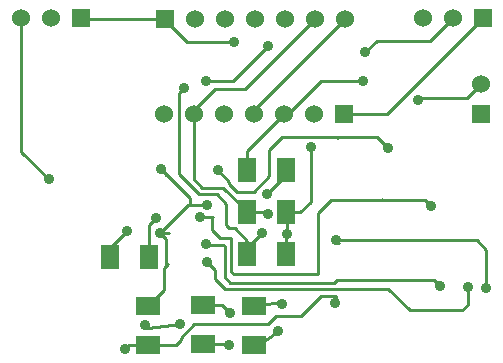
<source format=gbl>
G04 (created by PCBNEW (2013-may-18)-stable) date Mon Sep 19 14:24:48 2016*
%MOIN*%
G04 Gerber Fmt 3.4, Leading zero omitted, Abs format*
%FSLAX34Y34*%
G01*
G70*
G90*
G04 APERTURE LIST*
%ADD10C,0.00590551*%
%ADD11R,0.06X0.08*%
%ADD12R,0.08X0.06*%
%ADD13R,0.06X0.06*%
%ADD14C,0.06*%
%ADD15C,0.035*%
%ADD16C,0.01*%
G04 APERTURE END LIST*
G54D10*
G54D11*
X16535Y-21771D03*
X17835Y-21771D03*
X16535Y-23169D03*
X17835Y-23169D03*
G54D12*
X16771Y-26181D03*
X16771Y-24881D03*
X15059Y-26161D03*
X15059Y-24861D03*
G54D11*
X11968Y-23248D03*
X13268Y-23248D03*
G54D12*
X13228Y-24901D03*
X13228Y-26201D03*
G54D11*
X17835Y-20354D03*
X16535Y-20354D03*
G54D13*
X11000Y-15275D03*
G54D14*
X10000Y-15275D03*
X9000Y-15275D03*
G54D13*
X24385Y-15275D03*
G54D14*
X23385Y-15275D03*
X22385Y-15275D03*
G54D13*
X24350Y-18492D03*
G54D14*
X24350Y-17492D03*
G54D13*
X13799Y-15314D03*
G54D14*
X14799Y-15314D03*
X15799Y-15314D03*
X16799Y-15314D03*
X17799Y-15314D03*
X18799Y-15314D03*
X19799Y-15314D03*
G54D13*
X19763Y-18484D03*
G54D14*
X18763Y-18484D03*
X17763Y-18484D03*
X16763Y-18484D03*
X15763Y-18484D03*
X14763Y-18484D03*
X13763Y-18484D03*
G54D15*
X19468Y-24803D03*
X12480Y-26318D03*
X14429Y-17618D03*
X17047Y-22460D03*
X17224Y-21830D03*
X21220Y-19625D03*
X15551Y-20354D03*
X20472Y-16437D03*
X17224Y-16220D03*
X15177Y-17381D03*
X20393Y-17381D03*
X22224Y-18011D03*
X9921Y-20669D03*
X14311Y-25492D03*
X13149Y-25531D03*
X12539Y-22381D03*
X17578Y-25728D03*
X15944Y-26181D03*
X15964Y-25137D03*
X22677Y-21555D03*
X14960Y-21909D03*
X17204Y-21141D03*
X13484Y-21968D03*
X23897Y-24271D03*
X15196Y-23425D03*
X17696Y-24822D03*
X22972Y-24232D03*
X15157Y-22834D03*
X24507Y-24291D03*
X16102Y-16102D03*
X19507Y-22696D03*
X15196Y-21515D03*
X18661Y-19606D03*
X17874Y-22500D03*
X13661Y-20334D03*
X13641Y-22460D03*
G54D16*
X19488Y-24566D02*
X19488Y-24783D01*
X14153Y-26201D02*
X14330Y-26023D01*
X14330Y-26023D02*
X14330Y-25944D01*
X14330Y-25944D02*
X14783Y-25492D01*
X14783Y-25492D02*
X17224Y-25492D01*
X17224Y-25492D02*
X17500Y-25216D01*
X17500Y-25216D02*
X18346Y-25216D01*
X18346Y-25216D02*
X18996Y-24566D01*
X18996Y-24566D02*
X19488Y-24566D01*
X13228Y-26201D02*
X14153Y-26201D01*
X19488Y-24783D02*
X19468Y-24803D01*
X13228Y-26201D02*
X12598Y-26201D01*
X12598Y-26201D02*
X12480Y-26318D01*
X15521Y-21171D02*
X14950Y-21171D01*
X14271Y-20492D02*
X14271Y-19921D01*
X14950Y-21171D02*
X14271Y-20492D01*
X14271Y-19921D02*
X14271Y-17775D01*
X14271Y-17775D02*
X14429Y-17618D01*
X16535Y-23169D02*
X16535Y-22716D01*
X15846Y-21496D02*
X15521Y-21171D01*
X15846Y-22204D02*
X15846Y-21496D01*
X15944Y-22303D02*
X15846Y-22204D01*
X16122Y-22303D02*
X15944Y-22303D01*
X16535Y-22716D02*
X16122Y-22303D01*
X16763Y-18484D02*
X16763Y-18350D01*
X16763Y-18350D02*
X19799Y-15314D01*
X16535Y-23169D02*
X16535Y-22972D01*
X16535Y-22972D02*
X17047Y-22460D01*
X14763Y-19960D02*
X14763Y-20669D01*
X15039Y-20944D02*
X15748Y-20944D01*
X14763Y-20669D02*
X15039Y-20944D01*
X16535Y-21771D02*
X16535Y-21731D01*
X16535Y-21731D02*
X15748Y-20944D01*
X14763Y-19960D02*
X14763Y-18484D01*
X14763Y-18484D02*
X14763Y-18346D01*
X14763Y-18346D02*
X15452Y-17657D01*
X15452Y-17657D02*
X16456Y-17657D01*
X16456Y-17657D02*
X18799Y-15314D01*
X17165Y-21771D02*
X16535Y-21771D01*
X17224Y-21830D02*
X17165Y-21771D01*
X16673Y-21771D02*
X16535Y-21771D01*
X19547Y-19291D02*
X19547Y-19271D01*
X19566Y-19271D02*
X19547Y-19291D01*
X20866Y-19271D02*
X19566Y-19271D01*
X21220Y-19625D02*
X20866Y-19271D01*
X17716Y-19271D02*
X19547Y-19271D01*
X19547Y-19271D02*
X19606Y-19271D01*
X17283Y-19704D02*
X17716Y-19271D01*
X17283Y-20551D02*
X17283Y-19704D01*
X16751Y-21082D02*
X17283Y-20551D01*
X16200Y-21082D02*
X16751Y-21082D01*
X15948Y-20830D02*
X16200Y-21082D01*
X15948Y-20751D02*
X15948Y-20830D01*
X15551Y-20354D02*
X15948Y-20751D01*
X15177Y-17381D02*
X16062Y-17381D01*
X22618Y-16043D02*
X23385Y-15275D01*
X20866Y-16043D02*
X22618Y-16043D01*
X20472Y-16437D02*
X20866Y-16043D01*
X16062Y-17381D02*
X17224Y-16220D01*
X17763Y-18484D02*
X17893Y-18484D01*
X18996Y-17381D02*
X20393Y-17381D01*
X17893Y-18484D02*
X18996Y-17381D01*
X22224Y-18011D02*
X22263Y-17972D01*
X22263Y-17972D02*
X23870Y-17972D01*
X23870Y-17972D02*
X24350Y-17492D01*
X9000Y-19748D02*
X9000Y-15275D01*
X9921Y-20669D02*
X9000Y-19748D01*
X16535Y-20354D02*
X16535Y-19712D01*
X16535Y-19712D02*
X17763Y-18484D01*
X13228Y-25610D02*
X14311Y-25492D01*
X13149Y-25531D02*
X13228Y-25610D01*
X11968Y-22953D02*
X11968Y-23248D01*
X12539Y-22381D02*
X11968Y-22953D01*
X16948Y-26181D02*
X16771Y-26181D01*
X17578Y-25728D02*
X16948Y-26181D01*
X15925Y-26161D02*
X15059Y-26161D01*
X15944Y-26181D02*
X15925Y-26161D01*
X15688Y-24861D02*
X15059Y-24861D01*
X15964Y-25137D02*
X15688Y-24861D01*
X22480Y-21358D02*
X21023Y-21358D01*
X22677Y-21555D02*
X22480Y-21358D01*
X18897Y-21791D02*
X18897Y-23838D01*
X19330Y-21358D02*
X18897Y-21791D01*
X21023Y-21358D02*
X19330Y-21358D01*
X21043Y-21338D02*
X21023Y-21358D01*
X14960Y-21909D02*
X15413Y-21909D01*
X15629Y-22618D02*
X16003Y-22618D01*
X15354Y-22342D02*
X15629Y-22618D01*
X15354Y-21968D02*
X15354Y-22342D01*
X15413Y-21909D02*
X15354Y-21968D01*
X16102Y-23838D02*
X18897Y-23838D01*
X16003Y-23740D02*
X16102Y-23838D01*
X16003Y-22618D02*
X16003Y-23740D01*
X17835Y-20354D02*
X17835Y-20511D01*
X17835Y-20511D02*
X17204Y-21141D01*
X13268Y-22184D02*
X13268Y-23248D01*
X13484Y-21968D02*
X13268Y-22184D01*
X20767Y-24314D02*
X21243Y-24314D01*
X23897Y-24842D02*
X23897Y-24271D01*
X23700Y-25039D02*
X23897Y-24842D01*
X21968Y-25039D02*
X23700Y-25039D01*
X21243Y-24314D02*
X21968Y-25039D01*
X19504Y-24314D02*
X20767Y-24314D01*
X20767Y-24314D02*
X20770Y-24314D01*
X19504Y-24314D02*
X19507Y-24311D01*
X15810Y-24314D02*
X19504Y-24314D01*
X15472Y-23976D02*
X15810Y-24314D01*
X15472Y-23700D02*
X15472Y-23976D01*
X15196Y-23425D02*
X15472Y-23700D01*
X16771Y-24881D02*
X17637Y-24763D01*
X17637Y-24763D02*
X17696Y-24822D01*
X21122Y-24035D02*
X22775Y-24035D01*
X22775Y-24035D02*
X22972Y-24232D01*
X21161Y-24035D02*
X21122Y-24035D01*
X21122Y-24035D02*
X19527Y-24035D01*
X19527Y-24035D02*
X19448Y-24114D01*
X18700Y-24114D02*
X19448Y-24114D01*
X15964Y-24114D02*
X18700Y-24114D01*
X15787Y-23937D02*
X15964Y-24114D01*
X15787Y-22893D02*
X15787Y-23937D01*
X15748Y-22854D02*
X15787Y-22893D01*
X15177Y-22854D02*
X15748Y-22854D01*
X15157Y-22834D02*
X15177Y-22854D01*
X19763Y-18484D02*
X21200Y-18484D01*
X24385Y-15299D02*
X24385Y-15275D01*
X21200Y-18484D02*
X24385Y-15299D01*
X13799Y-15314D02*
X11039Y-15314D01*
X11039Y-15314D02*
X11000Y-15275D01*
X19507Y-22696D02*
X24192Y-22696D01*
X24507Y-23011D02*
X24507Y-24291D01*
X24192Y-22696D02*
X24507Y-23011D01*
X13799Y-15314D02*
X13799Y-15354D01*
X14547Y-16102D02*
X16102Y-16102D01*
X13799Y-15354D02*
X14547Y-16102D01*
X19507Y-22696D02*
X19606Y-22795D01*
X14625Y-21515D02*
X14625Y-21299D01*
X14625Y-21299D02*
X13661Y-20334D01*
X15196Y-21515D02*
X14625Y-21515D01*
X14625Y-21515D02*
X14586Y-21515D01*
X14566Y-21515D02*
X14566Y-21535D01*
X14586Y-21515D02*
X14566Y-21515D01*
X14566Y-21535D02*
X13641Y-22460D01*
X13828Y-23553D02*
X13828Y-22647D01*
X13828Y-22647D02*
X13641Y-22460D01*
X13759Y-24369D02*
X13228Y-24901D01*
X13759Y-23622D02*
X13759Y-24369D01*
X13897Y-23484D02*
X13828Y-23553D01*
X13828Y-23553D02*
X13759Y-23622D01*
X18307Y-21771D02*
X17835Y-21771D01*
X18661Y-21417D02*
X18307Y-21771D01*
X18661Y-19606D02*
X18661Y-21417D01*
X17874Y-22500D02*
X17874Y-21810D01*
X17874Y-21810D02*
X17835Y-21771D01*
X17835Y-22538D02*
X17835Y-23169D01*
X17874Y-22500D02*
X17835Y-22538D01*
X13641Y-22460D02*
X13917Y-22460D01*
X13838Y-22263D02*
X13641Y-22460D01*
X13661Y-20334D02*
X13838Y-20511D01*
M02*

</source>
